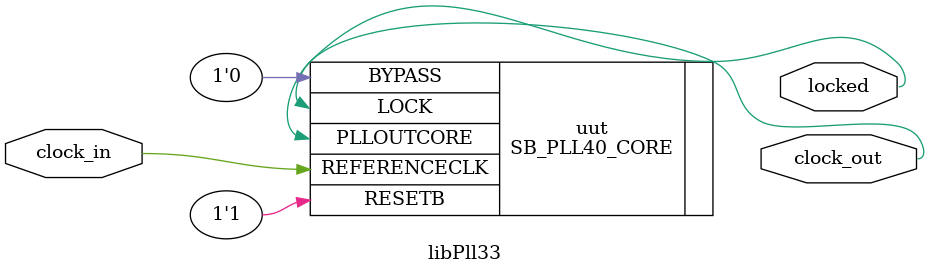
<source format=sv>
/**
 * PLL configuration
 *
 * This Verilog module was generated automatically
 * using the icepll tool from the IceStorm project.
 * Use at your own risk.
 *
 * Given input frequency:        12.000 MHz
 * Requested output frequency:   33.000 MHz
 * Achieved output frequency:    33.000 MHz
 */

module libPll33(
	input  clock_in,
	output clock_out,
	output locked
	);

SB_PLL40_CORE #(
		.FEEDBACK_PATH("SIMPLE"),
		.DIVR(4'b0000),		// DIVR =  0
		.DIVF(7'b1010111),	// DIVF = 87
		.DIVQ(3'b101),		// DIVQ =  5
		.FILTER_RANGE(3'b001)	// FILTER_RANGE = 1
	) uut (
		.LOCK(locked),
		.RESETB(1'b1),
		.BYPASS(1'b0),
		.REFERENCECLK(clock_in),
		.PLLOUTCORE(clock_out)
		);

endmodule

</source>
